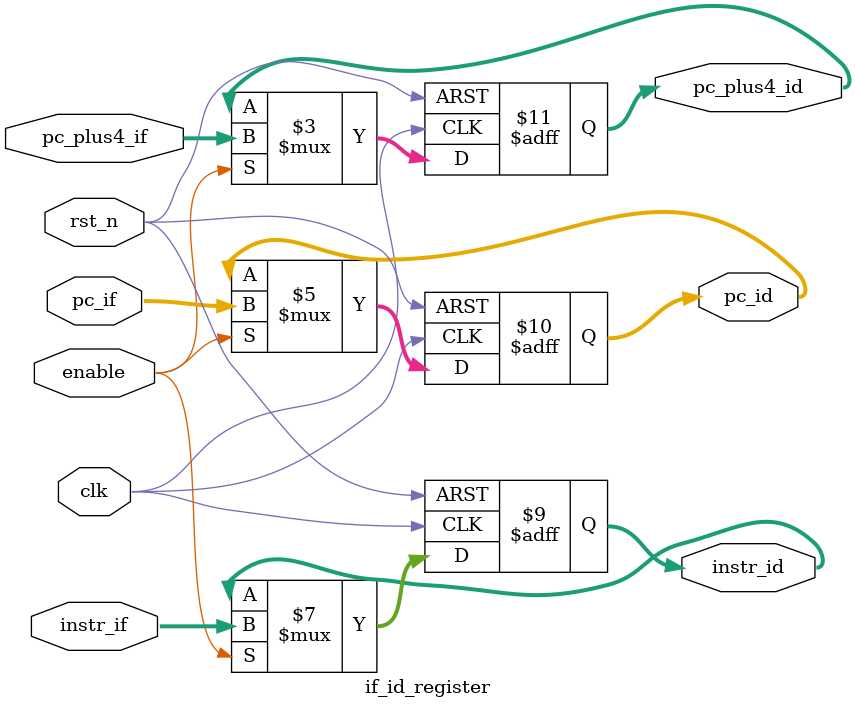
<source format=sv>
module if_id_register (
    input wire clk,          // Clock
    input wire rst_n,        // Asynchronous active-low reset
    input wire enable,      // Register enable signal

    // Inputs from IF Stage
    input wire [31:0] instr_if,     // Instruction from memory
    input wire [31:0] pc_if,        // Current Program Counter
    input wire [31:0] pc_plus4_if,  // PC + 4 calculated in IF stage

    // Outputs to ID Stage
    output reg [31:0] instr_id,
    output reg [31:0] pc_id,
    output reg [31:0] pc_plus4_id
);

    always @(posedge clk or negedge rst_n) begin
        if (!rst_n) begin
            // Asynchronous reset has the highest priority
            instr_id    <= 32'b0;
            pc_id       <= 32'b0;
            pc_plus4_id <= 32'b0;
        end else if (enable) begin
            // If enabled, latch the inputs from the IF stage
            instr_id    <= instr_if;
            pc_id       <= pc_if;
            pc_plus4_id <= pc_plus4_if;
        end
        // If enable is low, outputs implicitly hold their value (stalling the pipeline)
    end

endmodule
</source>
